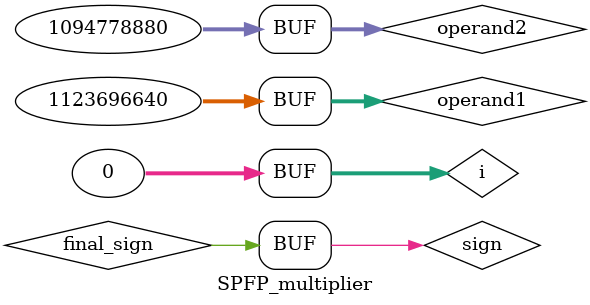
<source format=v>
`include "wallaceTreeMultiplier.v"
`include "RecursiveDoubling.v"

module IEEE754(input [31:0]operand, output sign, output [7:0]exponent, output [22:0]mantissa); //splits the 32 bit number into sign, exponent, mantissa following the IEEE 754 format
    assign sign = operand[31];
    assign exponent = operand[30:23];
    assign mantissa = operand[22:0];
endmodule

module sign(input sign1, input sign2, output sign); //calculates the final sign i.e. xor of sign1 and sign2
	assign sign = sign1^sign2;
endmodule

module modified_mantissa(input [7:0]exponent, input [22:0]mantissa, output [23:0]modified_mantissa); //calculates the modified mantissa with the hidden 1
	assign modified_mantissa = {|exponent, mantissa};
endmodule

module SPFP_multiplier; //does the multiplication

reg [31:0] operand1;
reg [31:0] operand2;

wire [0:0] sign1, sign2;
wire [7:0] exponent1, exponent2;
wire [22:0] mantissa1, mantissa2;

	IEEE754 i1(operand1, sign1, exponent1, mantissa1);
	IEEE754 i2(operand2, sign2, exponent2, mantissa2);
	
reg [0:0] final_sign;
reg [7:0] final_exponent;
reg [22:0] final_mantissa, temporary;

wire sign; 
	
	sign s1(sign1, sign2, sign);

reg [31:0] out;

wire [23:0] modified_mantissa1, modified_mantissa2;

	modified_mantissa m1(exponent1, mantissa1, modified_mantissa1);
	modified_mantissa m2(exponent2, mantissa2, modified_mantissa2);
	
wire [47:0] multiplied_mantissa;
	
	wallaceTreeMultiplier w0(modified_mantissa1, modified_mantissa2, multiplied_mantissa); //M = M1*M2

wire [7:0] added_exponent1, added_exponent2;
wire cout;

	RecursiveDoubling r0(exponent1, exponent2, added_exponent1, cout); //TE1 = E1+E2
	RecursiveDoubling r1(added_exponent1, 8'b10000011, added_exponent2, cout); //TE2 = TE1 - bias(127)

integer i = 0;

always @(multiplied_mantissa) 
begin
	if(multiplied_mantissa[47] == 1) 
        begin
            final_mantissa = multiplied_mantissa[46:24];
            final_exponent = added_exponent2 + 1'b1; //FE = TE2 + 1
            final_sign = sign;
        end
        /*else if(multiplied_mantissa[47] == 0)
        begin
            i = 1;
            while(multiplied_mantissa[47 - i] == 1'b0)
            begin
                i = i+1;
            end 
            final_exponent = final_exponent - i;
            temporary = multiplied_mantissa[46:24];
            final_mantissa = temporary<<i;
            final_exponent = added_exponent2;
            final_sign = sign;
        end*/
        else
        begin
            final_mantissa = multiplied_mantissa[45:23];
            final_exponent = added_exponent2;
            final_sign = sign;
        end
end

always @ (*)
begin
	if((&exponent1 == 1'b1 && |mantissa1 == 1'b0) || (&exponent2 == 1'b1 && |mantissa1 == 1'b0)) //infinity
            	out = {sign,{8{1'b1}},23'b0};
        else if(|exponent1 == 1'b0 || |exponent2 == 1'b0) //zero
        	out = {sign,{8{1'b0}},23'b0};
        else if(&exponent1 == 1'b1 && |mantissa1 != 1'b0) //first number is NaN
        	out = {sign, {8{1'b1}}, mantissa1};
        else if(&exponent2 == 1'b1 && |mantissa2 != 1'b0) //second number is NaN
        	out = {sign, {8{1'b1}}, mantissa2};
        else
        	out = {final_sign, final_exponent, final_mantissa}; //normal number
end

initial
    begin
        #0 operand1={1'b0,{8{1'b1}},23'b0}; operand2={1'b0,{6{1'b1}},25'b011011}; //infinity*number = infinity
        #10 operand1={1'b0,{8{1'b1}},23'b0}; operand2={1'b1,{8{1'b1}},23'b0}; //infinity*-infinity = -infinity
        #10 operand1={32'b0}; operand2=32'b00111111110010100011110101110001;  //zero*number = zero
        #10 operand1={1'b0,{8{1'b1}},23'b01000000000000000000000}; operand2=32'b00111111110010100011110101110001; //NaN*number = NaN
        #10 operand1=32'b01000010111110100100000000000000; operand2=32'b01000001010000010000000000000000; //number*number = number
    end
    initial
    begin
        $monitor($time," Operand1 = %b\n\t\tOperand2 = %b\n\t\tOUTPUT = %b\t\n", operand1, operand2, out);
end

endmodule



</source>
